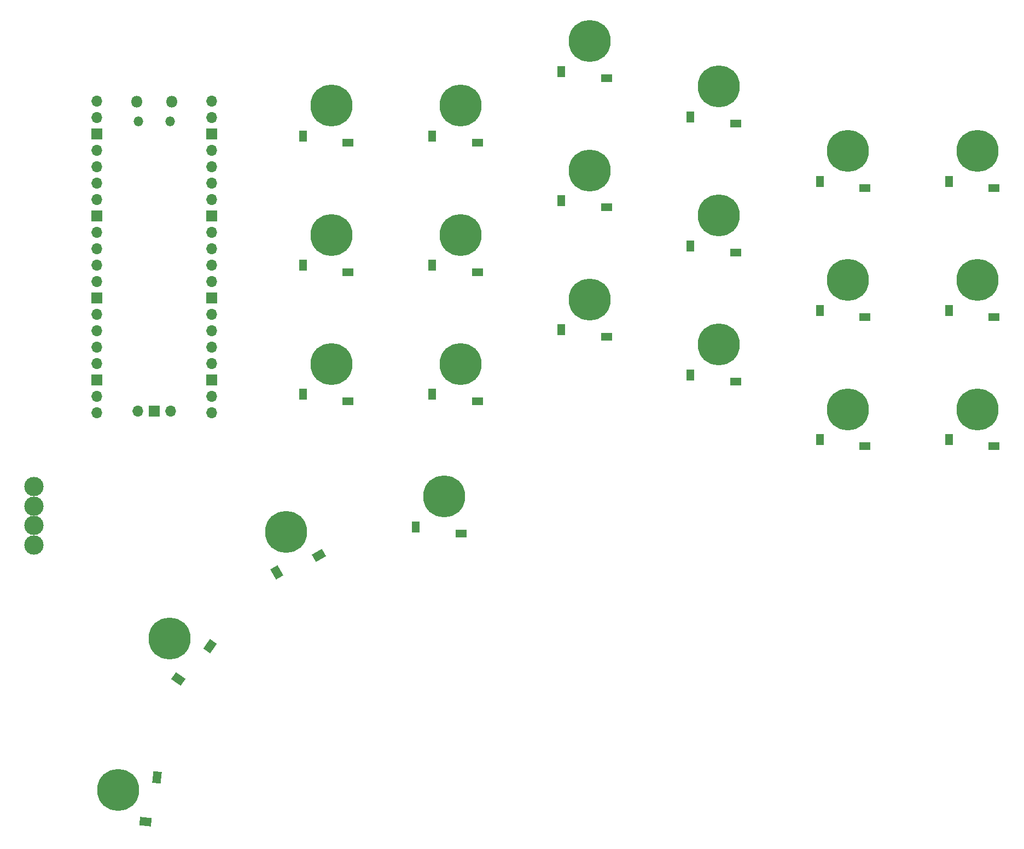
<source format=gbr>
%TF.GenerationSoftware,KiCad,Pcbnew,8.0.1*%
%TF.CreationDate,2024-04-26T18:58:43+02:00*%
%TF.ProjectId,PinkyPi,50696e6b-7950-4692-9e6b-696361645f70,rev?*%
%TF.SameCoordinates,Original*%
%TF.FileFunction,Soldermask,Bot*%
%TF.FilePolarity,Negative*%
%FSLAX46Y46*%
G04 Gerber Fmt 4.6, Leading zero omitted, Abs format (unit mm)*
G04 Created by KiCad (PCBNEW 8.0.1) date 2024-04-26 18:58:43*
%MOMM*%
%LPD*%
G01*
G04 APERTURE LIST*
G04 Aperture macros list*
%AMRotRect*
0 Rectangle, with rotation*
0 The origin of the aperture is its center*
0 $1 length*
0 $2 width*
0 $3 Rotation angle, in degrees counterclockwise*
0 Add horizontal line*
21,1,$1,$2,0,0,$3*%
G04 Aperture macros list end*
%ADD10C,6.500000*%
%ADD11R,1.800000X1.300000*%
%ADD12R,1.300000X1.800000*%
%ADD13O,1.800000X1.800000*%
%ADD14O,1.500000X1.500000*%
%ADD15O,1.700000X1.700000*%
%ADD16R,1.700000X1.700000*%
%ADD17RotRect,1.800000X1.300000X84.000000*%
%ADD18RotRect,1.800000X1.300000X174.000000*%
%ADD19RotRect,1.800000X1.300000X55.000000*%
%ADD20RotRect,1.800000X1.300000X145.000000*%
%ADD21C,3.000000*%
%ADD22RotRect,1.800000X1.300000X30.000000*%
%ADD23RotRect,1.800000X1.300000X120.000000*%
G04 APERTURE END LIST*
D10*
%TO.C,U19*%
X133500000Y-69500000D03*
D11*
X136100000Y-75250000D03*
D12*
X129100000Y-74200000D03*
%TD*%
D10*
%TO.C,U9*%
X213500000Y-96500000D03*
D11*
X216100000Y-102250000D03*
D12*
X209100000Y-101200000D03*
%TD*%
D10*
%TO.C,U18*%
X113500000Y-69500000D03*
D11*
X116100000Y-75250000D03*
D12*
X109100000Y-74200000D03*
%TD*%
D10*
%TO.C,U1*%
X213500000Y-56500000D03*
D11*
X216100000Y-62250000D03*
D12*
X209100000Y-61200000D03*
%TD*%
D10*
%TO.C,U11*%
X193500000Y-96500000D03*
D11*
X196100000Y-102250000D03*
D12*
X189100000Y-101200000D03*
%TD*%
D10*
%TO.C,U24*%
X113500000Y-89500000D03*
D11*
X116100000Y-95250000D03*
D12*
X109100000Y-94200000D03*
%TD*%
D10*
%TO.C,U15*%
X113500000Y-49500000D03*
D11*
X116100000Y-55250000D03*
D12*
X109100000Y-54200000D03*
%TD*%
D10*
%TO.C,U21*%
X153500000Y-59500000D03*
D11*
X156100000Y-65250000D03*
D12*
X149100000Y-64200000D03*
%TD*%
D10*
%TO.C,U20*%
X173500000Y-46500000D03*
D11*
X176100000Y-52250000D03*
D12*
X169100000Y-51200000D03*
%TD*%
D13*
%TO.C,U5*%
X83385000Y-48890000D03*
D14*
X83685000Y-51920000D03*
X88535000Y-51920000D03*
D13*
X88835000Y-48890000D03*
D15*
X77220000Y-48760000D03*
X77220000Y-51300000D03*
D16*
X77220000Y-53840000D03*
D15*
X77220000Y-56380000D03*
X77220000Y-58920000D03*
X77220000Y-61460000D03*
X77220000Y-64000000D03*
D16*
X77220000Y-66540000D03*
D15*
X77220000Y-69080000D03*
X77220000Y-71620000D03*
X77220000Y-74160000D03*
X77220000Y-76700000D03*
D16*
X77220000Y-79240000D03*
D15*
X77220000Y-81780000D03*
X77220000Y-84320000D03*
X77220000Y-86860000D03*
X77220000Y-89400000D03*
D16*
X77220000Y-91940000D03*
D15*
X77220000Y-94480000D03*
X77220000Y-97020000D03*
X95000000Y-97020000D03*
X95000000Y-94480000D03*
D16*
X95000000Y-91940000D03*
D15*
X95000000Y-89400000D03*
X95000000Y-86860000D03*
X95000000Y-84320000D03*
X95000000Y-81780000D03*
D16*
X95000000Y-79240000D03*
D15*
X95000000Y-76700000D03*
X95000000Y-74160000D03*
X95000000Y-71620000D03*
X95000000Y-69080000D03*
D16*
X95000000Y-66540000D03*
D15*
X95000000Y-64000000D03*
X95000000Y-61460000D03*
X95000000Y-58920000D03*
X95000000Y-56380000D03*
D16*
X95000000Y-53840000D03*
D15*
X95000000Y-51300000D03*
X95000000Y-48760000D03*
X83570000Y-96790000D03*
D16*
X86110000Y-96790000D03*
D15*
X88650000Y-96790000D03*
%TD*%
D10*
%TO.C,U14*%
X80500000Y-155500000D03*
D17*
X86490275Y-153515282D03*
D18*
X84714328Y-160367180D03*
%TD*%
D10*
%TO.C,U10*%
X88500000Y-132000000D03*
D19*
X94701423Y-133168269D03*
D20*
X89826278Y-138300078D03*
%TD*%
D10*
%TO.C,U8*%
X213500000Y-76500000D03*
D11*
X216100000Y-82250000D03*
D12*
X209100000Y-81200000D03*
%TD*%
D10*
%TO.C,U16*%
X133500000Y-89500000D03*
D11*
X136100000Y-95250000D03*
D12*
X129100000Y-94200000D03*
%TD*%
D10*
%TO.C,U17*%
X153500000Y-79500000D03*
D11*
X156100000Y-85250000D03*
D12*
X149100000Y-84200000D03*
%TD*%
D10*
%TO.C,U2*%
X173500000Y-66500000D03*
D11*
X176100000Y-72250000D03*
D12*
X169100000Y-71200000D03*
%TD*%
D21*
%TO.C,U23*%
X67500000Y-108500000D03*
X67500000Y-111500000D03*
X67500000Y-114500000D03*
X67500000Y-117500000D03*
%TD*%
D10*
%TO.C,U6*%
X131000000Y-110000000D03*
D11*
X133600000Y-115750000D03*
D12*
X126600000Y-114700000D03*
%TD*%
D10*
%TO.C,U4*%
X106500000Y-115500000D03*
D22*
X111626666Y-119179646D03*
D23*
X105039488Y-121770319D03*
%TD*%
D10*
%TO.C,U13*%
X193500000Y-76500000D03*
D11*
X196100000Y-82250000D03*
D12*
X189100000Y-81200000D03*
%TD*%
D10*
%TO.C,U7*%
X193500000Y-56500000D03*
D11*
X196100000Y-62250000D03*
D12*
X189100000Y-61200000D03*
%TD*%
D10*
%TO.C,U22*%
X153500000Y-39500000D03*
D11*
X156100000Y-45250000D03*
D12*
X149100000Y-44200000D03*
%TD*%
D10*
%TO.C,U3*%
X133500000Y-49500000D03*
D11*
X136100000Y-55250000D03*
D12*
X129100000Y-54200000D03*
%TD*%
D10*
%TO.C,U12*%
X173500000Y-86500000D03*
D11*
X176100000Y-92250000D03*
D12*
X169100000Y-91200000D03*
%TD*%
M02*

</source>
